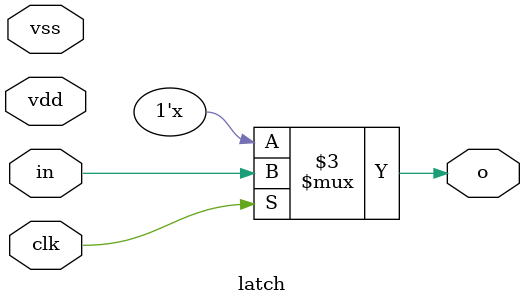
<source format=sv>
`timescale 1ps/1fs

module aibio_pi_codeupdate
		(
 		input logic vddcq,
		input logic vss,
 		input logic i_clk,
 		input logic i_clk_en,
		input logic [7:0]i_clkphsel_stg1,
		input logic [1:0]i_clkphsel_stg2,
		input logic [7:0]i_pimixer,
		input logic i_update,
		input logic i_reset,
		output logic [7:0]o_clkphsel_stg1,
		output logic [1:0]o_clkphsel_stg2,
		output logic [7:0]o_pimixer
		);

logic net13;
logic net38;
logic net43;
logic enb;
logic resetb_combined;
logic ff1_out;
logic ff2_out;
logic ff1_outb;
logic ff2_outb;
logic enlatb;
logic enlat;

assign net13 = i_clk && i_clk_en ;
assign enb = ~i_clk_en;

nor U1(net43,enb,i_reset);

`ifdef POST_WORST
	localparam t_setup_ff1 = 0.0;
	localparam t_hold_ff1 = 0.0;
	localparam t_clk2q_ff1 = 0.0;
	localparam t_setup_ff2 = 0.0;
	localparam t_hold_ff2 = 0.0;
	localparam t_clk2q_ff2 = 0.0;
`else
	localparam t_setup_ff1 = 0.0;
	localparam t_hold_ff1 = 0.0;
	localparam t_clk2q_ff1 = 0.0;
	localparam t_setup_ff2 = 0.0;
	localparam t_hold_ff2 = 0.0;
	localparam t_clk2q_ff2 = 0.0;
`endif

/*
flop i_ff1
	(
	.vdd(vddcq),
	.vss(vss),
	.clk(net13),
	.rb(net43),
	.o(ff1_out),
	.in(i_update)
	);

flop i_ff2
	(
	.vdd(vddcq),
	.vss(vss),
	.clk(net13),
	.rb(net43),
	.o(ff2_out),
	.in(ff1_out)
	);
*/

sampler #(t_setup_ff1,t_hold_ff1,t_clk2q_ff1)
			i_ff1
			(
			.data_in(i_update),
			.clk(net13),
			.rst(net43),
			.data_out(ff1_out)
			);

sampler #(t_setup_ff2,t_hold_ff2,t_clk2q_ff2)
			i_ff2
			(
			.data_in(ff1_out),
			.clk(net13),
			.rst(net43),
			.data_out(ff2_out)
			);
/*
always @(posedge net13 or resetb_combined)
begin
	if(resetb_combined == 1'b0)
	begin
		ff1_out = 1'b0;
	end
	else
	begin
		ff1_out = i_update;
	end
end

always @(posedge net13 or resetb_combined)
begin
	if(resetb_combined == 1'b0)
	begin
		ff2_out = 1'b0;
	end
	else
	begin
		ff2_out = ff1_out;
	end
end
*/
assign ff1_outb = ~ff1_out;
assign ff2_outb = ~ff2_out;

nand U2(net38,ff1_outb,net43);
nand U3(enlatb,ff2_outb,net38);

assign enlat = ~enlatb;

latch i_latch0_stg1
	(
	.vdd(vddcq),
	.vss(vss),
	.clk(enlat),
	.o(o_clkphsel_stg1[0]),
	.in(i_clkphsel_stg1[0])
	);

latch i_latch1_stg1
	(
	.vdd(vddcq),
	.vss(vss),
	.clk(enlat),
	.o(o_clkphsel_stg1[1]),
	.in(i_clkphsel_stg1[1])
	);

latch i_latch2_stg1
	(
	.vdd(vddcq),
	.vss(vss),
	.clk(enlat),
	.o(o_clkphsel_stg1[2]),
	.in(i_clkphsel_stg1[2])
	);
latch i_latch3_stg1
	(
	.vdd(vddcq),
	.vss(vss),
	.clk(enlat),
	.o(o_clkphsel_stg1[3]),
	.in(i_clkphsel_stg1[3])
	);
latch i_latch4_stg1
	(
	.vdd(vddcq),
	.vss(vss),
	.clk(enlat),
	.o(o_clkphsel_stg1[4]),
	.in(i_clkphsel_stg1[4])
	);
latch i_latch5_stg1
	(
	.vdd(vddcq),
	.vss(vss),
	.clk(enlat),
	.o(o_clkphsel_stg1[5]),
	.in(i_clkphsel_stg1[5])
	);
latch i_latch6_stg1
	(
	.vdd(vddcq),
	.vss(vss),
	.clk(enlat),
	.o(o_clkphsel_stg1[6]),
	.in(i_clkphsel_stg1[6])
	);

latch i_latch7_stg1
	(
	.vdd(vddcq),
	.vss(vss),
	.clk(enlat),
	.o(o_clkphsel_stg1[7]),
	.in(i_clkphsel_stg1[7])
	);

latch i_latch0_pimix
	(
	.vdd(vddcq),
	.vss(vss),
	.clk(enlat),
	.o(o_pimixer[0]),
	.in(i_pimixer[0])
	);

latch i_latch1_pimix
	(
	.vdd(vddcq),
	.vss(vss),
	.clk(enlat),
	.o(o_pimixer[1]),
	.in(i_pimixer[1])
	);

latch i_latch2_pimix
	(
	.vdd(vddcq),
	.vss(vss),
	.clk(enlat),
	.o(o_pimixer[2]),
	.in(i_pimixer[2])
	);

latch i_latch3_pimix
	(
	.vdd(vddcq),
	.vss(vss),
	.clk(enlat),
	.o(o_pimixer[3]),
	.in(i_pimixer[3])
	);
latch i_latch4_pimix
	(
	.vdd(vddcq),
	.vss(vss),
	.clk(enlat),
	.o(o_pimixer[4]),
	.in(i_pimixer[4])
	);
latch i_latch5_pimix
	(
	.vdd(vddcq),
	.vss(vss),
	.clk(enlat),
	.o(o_pimixer[5]),
	.in(i_pimixer[5])
	);
latch i_latch6_pimix
	(
	.vdd(vddcq),
	.vss(vss),
	.clk(enlat),
	.o(o_pimixer[6]),
	.in(i_pimixer[6])
	);

latch i_latch7_pimix
	(
	.vdd(vddcq),
	.vss(vss),
	.clk(enlat),
	.o(o_pimixer[7]),
	.in(i_pimixer[7])
	);

latch i_latch0_stg2
	(
	.vdd(vddcq),
	.vss(vss),
	.clk(enlat),
	.o(o_clkphsel_stg2[0]),
	.in(i_clkphsel_stg2[0])
	);

latch i_latch1_stg2
	(
	.vdd(vddcq),
	.vss(vss),
	.clk(enlat),
	.o(o_clkphsel_stg2[1]),
	.in(i_clkphsel_stg2[1])
	);
/*
always @(posedge enlat or resetb_combined)
begin
	if(resetb_combined == 1'b0)
	begin
		o_clkphsel_stg1 = 'd0;
	end
	else
	begin
		o_clkphsel_stg1 = i_clkphsel_stg1;
	end
end

always @(posedge enlat or resetb_combined)
begin
	if(resetb_combined == 1'b0)
	begin
		o_clkphsel_stg2 = 'd0;
	end
	else
	begin
		o_clkphsel_stg2 = i_clkphsel_stg2;
	end
end

always @(posedge enlat or resetb_combined)
begin
	if(resetb_combined == 1'b0)
	begin
		o_pimixer = 'd0;
	end
	else
	begin
		o_pimixer = i_pimixer;
	end
end
*/

endmodule

/*
module flop
	(
	input logic vdd,
	input logic vss,
	input logic clk,
	input logic rb,
	input logic in,
	output logic o
	);

always @(posedge clk or negedge rb)
begin
	if(rb == 1'b0)
	begin
		o <= 'd0;
	end
	else
	begin
		o <= in;
	end
end

endmodule
*/

module latch
	(
	input logic vdd,
	input logic vss,
	input logic clk,
	input logic in,
	output logic o
	);

always @(clk or in)
begin
	if(clk == 1'b1)
	begin
		o <= in;
	end
end

endmodule

</source>
